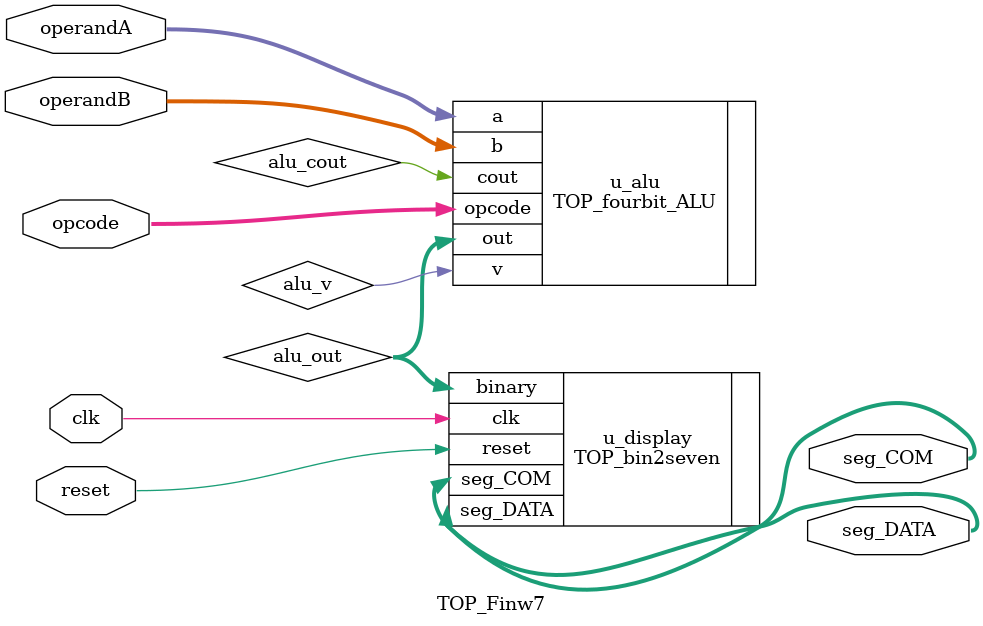
<source format=v>
module TOP_Finw7 (
    input         clk,
    input         reset,
    input  [3:0]  operandA,
    input  [3:0]  operandB,
    input  [2:0]  opcode,
    output [7:0]  seg_COM,
    output [7:0]  seg_DATA
);

    // ALU result wires
    wire [3:0] alu_out;
    wire       alu_cout;
    wire       alu_v;

    // Instantiate the 4-bit ALU
    TOP_fourbit_ALU u_alu (
        .a     (operandA),
        .b     (operandB),
        .opcode(opcode),
        .out   (alu_out),
        .cout  (alu_cout),
        .v     (alu_v)
    );

    // Instantiate the 7-segment driver (binary→BCD→7-segment + controller)
    TOP_bin2seven u_display (
        .clk     (clk),
        .reset   (reset),
        .binary  (alu_out),
        .seg_COM (seg_COM),
        .seg_DATA(seg_DATA)
    );

endmodule

</source>
